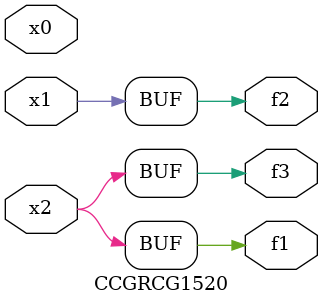
<source format=v>
module CCGRCG1520(
	input x0, x1, x2,
	output f1, f2, f3
);
	assign f1 = x2;
	assign f2 = x1;
	assign f3 = x2;
endmodule

</source>
